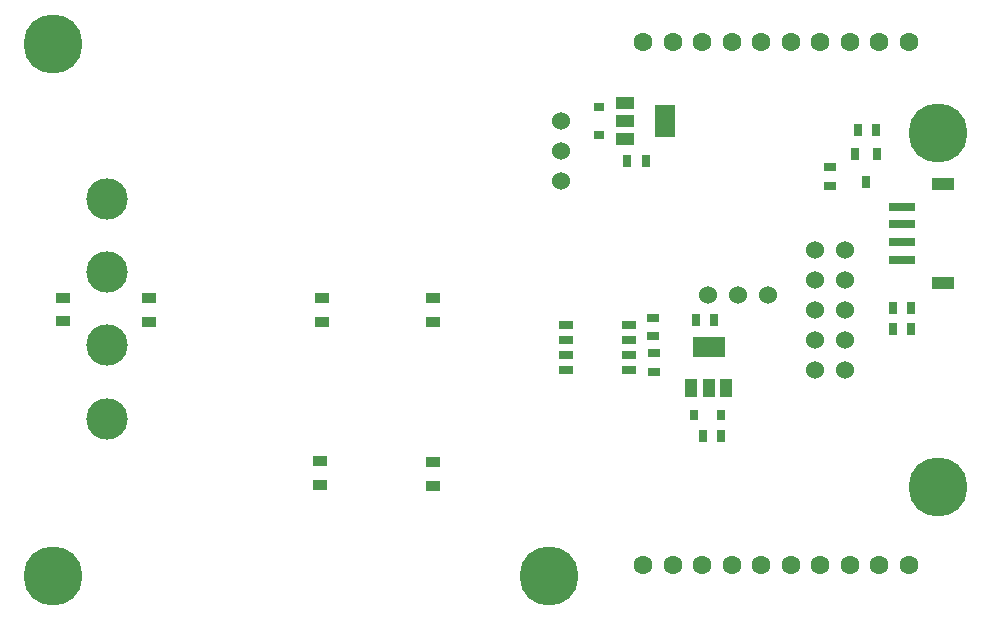
<source format=gbs>
%FSLAX34Y34*%
%MOMM*%
G04 EasyPC Gerber Version 18.0.6 Build 3620 *
%ADD20R,0.65000X1.00000*%
%ADD88R,0.80000X0.90000*%
%ADD107R,0.80000X1.00000*%
%ADD77R,1.01000X1.50000*%
%ADD24R,1.70000X2.76000*%
%ADD14C,1.52400*%
%ADD89C,1.60000*%
%ADD83C,3.50000*%
%ADD13C,5.00000*%
%ADD25R,1.00000X0.65000*%
%ADD86R,1.30000X0.76000*%
%ADD108R,0.90000X0.80000*%
%ADD109R,2.20000X0.80000*%
%ADD21R,1.30000X0.90000*%
%ADD23R,1.50000X1.01000*%
%ADD110R,1.90000X1.10000*%
%ADD78R,2.76000X1.70000*%
X0Y0D02*
D02*
D13*
X61875Y61890D02*
D03*
Y511890D02*
D03*
X481875Y61890D02*
D03*
X810875Y136890D02*
D03*
Y436890D02*
D03*
D02*
D14*
X491875Y395890D02*
D03*
Y421290D02*
D03*
Y446690D02*
D03*
X616075Y299890D02*
D03*
X641475D02*
D03*
X666875D02*
D03*
X706975Y236290D02*
D03*
Y261690D02*
D03*
Y287090D02*
D03*
Y312490D02*
D03*
Y337890D02*
D03*
X732375Y236290D02*
D03*
Y261690D02*
D03*
Y287090D02*
D03*
Y312490D02*
D03*
Y337890D02*
D03*
D02*
D20*
X548125Y412890D02*
D03*
X563625D02*
D03*
X606125Y278290D02*
D03*
X612125Y180290D02*
D03*
X621625Y278290D02*
D03*
X627625Y180290D02*
D03*
X743125Y438890D02*
D03*
X758625D02*
D03*
X773125Y270890D02*
D03*
Y288890D02*
D03*
X788625Y270890D02*
D03*
Y288890D02*
D03*
D02*
D21*
X70625Y277140D02*
D03*
Y297140D02*
D03*
X142875Y276890D02*
D03*
Y296890D02*
D03*
X287875Y138890D02*
D03*
Y158890D02*
D03*
X289875Y276890D02*
D03*
Y296890D02*
D03*
X383875Y137890D02*
D03*
Y157890D02*
D03*
Y276890D02*
D03*
Y296890D02*
D03*
D02*
D23*
X545675Y431890D02*
D03*
Y446890D02*
D03*
Y461890D02*
D03*
D02*
D24*
X580075Y446890D02*
D03*
D02*
D25*
X569875Y264540D02*
D03*
Y280040D02*
D03*
X570875Y234540D02*
D03*
Y250040D02*
D03*
X719875Y392140D02*
D03*
Y407640D02*
D03*
D02*
D77*
X601875Y221090D02*
D03*
X616875D02*
D03*
X631875D02*
D03*
D02*
D78*
X616875Y255490D02*
D03*
D02*
D83*
X107875Y194890D02*
D03*
Y256890D02*
D03*
Y318890D02*
D03*
Y380890D02*
D03*
D02*
D86*
X495875Y236290D02*
D03*
Y248990D02*
D03*
Y261690D02*
D03*
Y274390D02*
D03*
X549275Y236290D02*
D03*
Y248990D02*
D03*
Y261690D02*
D03*
Y274390D02*
D03*
D02*
D88*
X604375Y198290D02*
D03*
X627375D02*
D03*
D02*
D89*
X561375Y70890D02*
D03*
Y513390D02*
D03*
X586375Y70890D02*
D03*
Y513390D02*
D03*
X611375Y70890D02*
D03*
Y513390D02*
D03*
X636375Y70890D02*
D03*
Y513390D02*
D03*
X661375Y70890D02*
D03*
Y513390D02*
D03*
X686375Y70890D02*
D03*
Y513390D02*
D03*
X711375Y70890D02*
D03*
Y513390D02*
D03*
X736375Y70890D02*
D03*
Y513390D02*
D03*
X761375Y70890D02*
D03*
Y513390D02*
D03*
X786375Y70890D02*
D03*
Y513390D02*
D03*
D02*
D107*
X740375Y419000D02*
D03*
X749875Y395000D02*
D03*
X759375Y419000D02*
D03*
D02*
D108*
X523875Y435390D02*
D03*
Y458390D02*
D03*
D02*
D109*
X780875Y329390D02*
D03*
Y344390D02*
D03*
Y359390D02*
D03*
Y374390D02*
D03*
D02*
D110*
X815375Y309640D02*
D03*
Y393890D02*
D03*
X0Y0D02*
M02*

</source>
